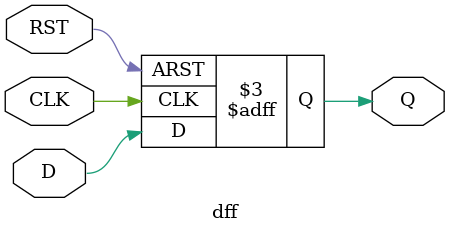
<source format=v>

module dff(CLK, RST, D, Q);

    input CLK, RST, D; // inputs: clock, reset, data
    output Q; // output: data output
    reg Q; // output is declared as a register
    // Q is set as reg because DFF refer to the previous value of Q

    always @(posedge CLK or negedge RST) begin // on rising edge of clock or reset
        if (RST == 1'b0) begin
            Q <= 1'b0; // you can assign 1'b0 because Q is reg
        end else begin
            Q <= D;
        end
    end

endmodule
</source>
